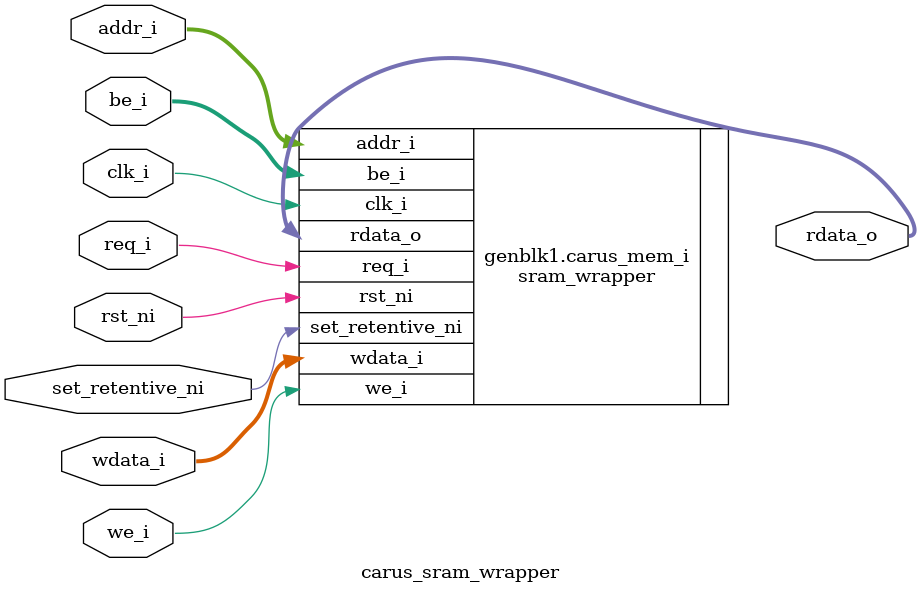
<source format=sv>


module carus_sram_wrapper #(
    parameter int unsigned NUM_WORDS = 32'd1024,  // Number of Words in data array
    parameter int unsigned DATA_WIDTH = 32'd32,  // Data signal width
    // DEPENDENT PARAMETERS, DO NOT OVERWRITE!
    localparam int unsigned AddrWidth = (NUM_WORDS > 32'd1) ? unsigned'($clog2(NUM_WORDS)) : 32'd1
) (
    input  logic                 clk_i,
    input  logic                 rst_ni,
    // input ports
    input  logic                 req_i,
    input  logic                 we_i,
    input  logic [AddrWidth-1:0] addr_i,
    input  logic [         31:0] wdata_i,
    input  logic [          3:0] be_i,
    input  logic                 set_retentive_ni,
    // output ports
    output logic [         31:0] rdata_o
);
  // INTERNAL SIGNALS
  logic write_en;
  logic read_en;

  // Read/Write enable generation
  assign write_en = req_i & we_i;
  assign read_en  = req_i & (~we_i);


  generate
    if (NUM_WORDS == 32'd128) begin

      sram_2p_wrapper #(
          .NumWords (NUM_WORDS),
          .DataWidth(DATA_WIDTH)
      ) carus_emem_i (
          .clk_i,
          .rst_ni,
          .re_i  (read_en),
          .we_i   (write_en),
          .raddr_i (addr_i),
          .waddr_i (addr_i),
          .wdata_i,
          .be_i,
          .set_retentive_ni,
          // output ports
          .rdata_o
      );

    end else begin

      sram_wrapper #(
          .NumWords (NUM_WORDS),  // Number of Words in data array
          .DataWidth(DATA_WIDTH)  // Data signal width
      ) carus_mem_i (
          .clk_i,
          .rst_ni,
          // input ports
          .req_i,
          .we_i,
          .addr_i,
          .wdata_i,
          .be_i,
          .set_retentive_ni,
          // output ports
          .rdata_o
      );

    end
  endgenerate



endmodule

</source>
